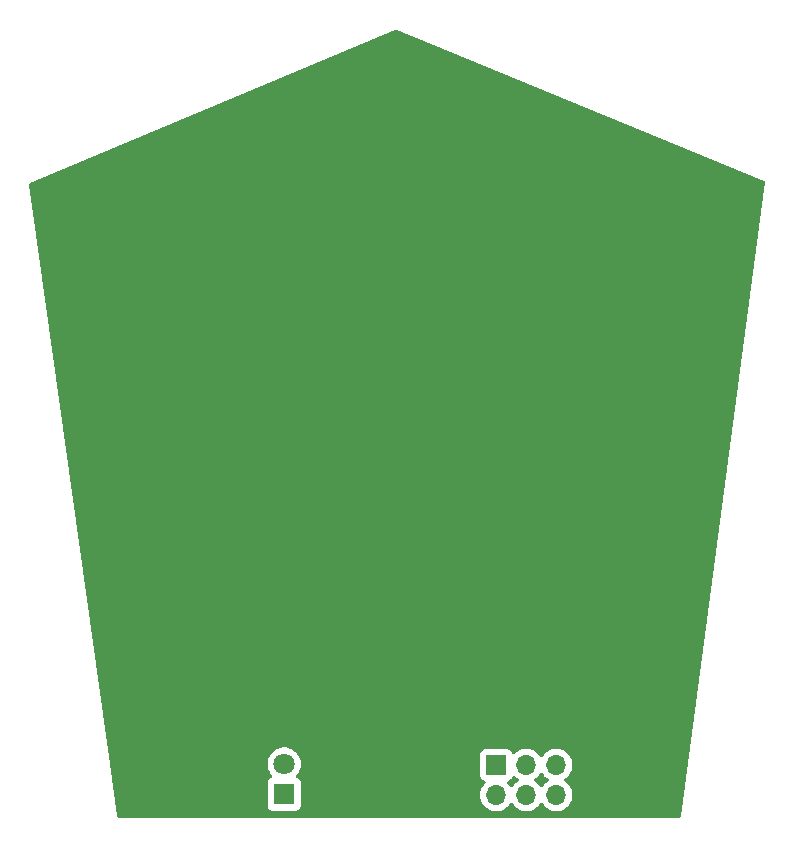
<source format=gbr>
G04 #@! TF.GenerationSoftware,KiCad,Pcbnew,(6.99.0-2452-gdb4f2d9dd8)*
G04 #@! TF.CreationDate,2022-08-02T21:03:54-05:00*
G04 #@! TF.ProjectId,CTCubed,43544375-6265-4642-9e6b-696361645f70,rev?*
G04 #@! TF.SameCoordinates,Original*
G04 #@! TF.FileFunction,Copper,L1,Top*
G04 #@! TF.FilePolarity,Positive*
%FSLAX46Y46*%
G04 Gerber Fmt 4.6, Leading zero omitted, Abs format (unit mm)*
G04 Created by KiCad (PCBNEW (6.99.0-2452-gdb4f2d9dd8)) date 2022-08-02 21:03:54*
%MOMM*%
%LPD*%
G01*
G04 APERTURE LIST*
G04 #@! TA.AperFunction,ComponentPad*
%ADD10R,1.800000X1.800000*%
G04 #@! TD*
G04 #@! TA.AperFunction,ComponentPad*
%ADD11C,1.800000*%
G04 #@! TD*
G04 #@! TA.AperFunction,ComponentPad*
%ADD12R,1.700000X1.700000*%
G04 #@! TD*
G04 #@! TA.AperFunction,ComponentPad*
%ADD13O,1.700000X1.700000*%
G04 #@! TD*
G04 APERTURE END LIST*
D10*
X128939999Y-96649999D03*
D11*
X128940000Y-94110000D03*
D12*
X146899999Y-94189999D03*
D13*
X146899999Y-96729999D03*
X149439999Y-94189999D03*
X149439999Y-96729999D03*
X151979999Y-94189999D03*
X151979999Y-96729999D03*
G04 #@! TA.AperFunction,NonConductor*
G36*
X150793226Y-94865670D02*
G01*
X150815483Y-94891357D01*
X150904278Y-95027268D01*
X150907803Y-95031097D01*
X150907806Y-95031101D01*
X150972511Y-95101388D01*
X151056760Y-95192906D01*
X151060879Y-95196112D01*
X151193211Y-95299111D01*
X151234424Y-95331189D01*
X151239005Y-95333668D01*
X151267680Y-95349186D01*
X151318071Y-95399199D01*
X151333423Y-95468516D01*
X151308863Y-95535129D01*
X151267681Y-95570813D01*
X151234424Y-95588811D01*
X151230313Y-95592010D01*
X151230311Y-95592012D01*
X151094124Y-95698012D01*
X151056760Y-95727094D01*
X151053228Y-95730931D01*
X150907806Y-95888899D01*
X150907803Y-95888903D01*
X150904278Y-95892732D01*
X150901427Y-95897096D01*
X150815483Y-96028643D01*
X150761479Y-96074732D01*
X150691132Y-96084307D01*
X150626774Y-96054330D01*
X150604517Y-96028643D01*
X150518573Y-95897096D01*
X150515722Y-95892732D01*
X150512197Y-95888903D01*
X150512194Y-95888899D01*
X150366772Y-95730931D01*
X150363240Y-95727094D01*
X150325876Y-95698012D01*
X150189689Y-95592012D01*
X150189687Y-95592010D01*
X150185576Y-95588811D01*
X150152320Y-95570814D01*
X150101929Y-95520801D01*
X150086577Y-95451484D01*
X150111137Y-95384871D01*
X150152320Y-95349186D01*
X150180995Y-95333668D01*
X150185576Y-95331189D01*
X150226790Y-95299111D01*
X150359121Y-95196112D01*
X150363240Y-95192906D01*
X150447489Y-95101388D01*
X150512194Y-95031101D01*
X150512197Y-95031097D01*
X150515722Y-95027268D01*
X150604517Y-94891357D01*
X150658521Y-94845268D01*
X150728868Y-94835693D01*
X150793226Y-94865670D01*
G37*
G04 #@! TD.AperFunction*
G04 #@! TA.AperFunction,NonConductor*
G36*
X148423439Y-95101388D02*
G01*
X148455755Y-95126638D01*
X148476526Y-95149201D01*
X148516760Y-95192906D01*
X148520879Y-95196112D01*
X148653211Y-95299111D01*
X148694424Y-95331189D01*
X148699005Y-95333668D01*
X148727680Y-95349186D01*
X148778071Y-95399199D01*
X148793423Y-95468516D01*
X148768863Y-95535129D01*
X148727681Y-95570813D01*
X148694424Y-95588811D01*
X148690313Y-95592010D01*
X148690311Y-95592012D01*
X148554124Y-95698012D01*
X148516760Y-95727094D01*
X148513228Y-95730931D01*
X148367806Y-95888899D01*
X148367803Y-95888903D01*
X148364278Y-95892732D01*
X148361427Y-95897096D01*
X148275483Y-96028643D01*
X148221479Y-96074732D01*
X148151132Y-96084307D01*
X148086774Y-96054330D01*
X148064517Y-96028643D01*
X147978573Y-95897096D01*
X147975722Y-95892732D01*
X147972197Y-95888903D01*
X147972194Y-95888899D01*
X147832525Y-95737180D01*
X147801104Y-95673515D01*
X147809091Y-95602969D01*
X147853949Y-95547940D01*
X147881191Y-95533787D01*
X147996204Y-95490889D01*
X148008536Y-95481658D01*
X148106050Y-95408659D01*
X148113261Y-95403261D01*
X148200889Y-95286204D01*
X148244998Y-95167944D01*
X148287545Y-95111108D01*
X148354065Y-95086297D01*
X148423439Y-95101388D01*
G37*
G04 #@! TD.AperFunction*
G04 #@! TA.AperFunction,NonConductor*
G36*
X138457918Y-31964228D02*
G01*
X169594455Y-44707379D01*
X169649923Y-44751692D01*
X169672629Y-44818960D01*
X169671622Y-44840652D01*
X162505379Y-98540975D01*
X162504155Y-98550149D01*
X162475318Y-98615025D01*
X162415984Y-98654012D01*
X162379241Y-98659482D01*
X147049150Y-98656980D01*
X138443867Y-98655576D01*
X138443857Y-98655576D01*
X114930016Y-98649528D01*
X114861900Y-98629508D01*
X114815421Y-98575841D01*
X114805262Y-98540975D01*
X114185744Y-94110000D01*
X127526673Y-94110000D01*
X127545949Y-94342626D01*
X127547230Y-94347684D01*
X127547230Y-94347685D01*
X127565398Y-94419427D01*
X127603251Y-94568907D01*
X127697016Y-94782669D01*
X127699866Y-94787031D01*
X127699868Y-94787035D01*
X127737914Y-94845268D01*
X127824686Y-94978083D01*
X127828211Y-94981912D01*
X127828214Y-94981916D01*
X127865947Y-95022904D01*
X127909843Y-95070587D01*
X127941263Y-95134251D01*
X127933276Y-95204797D01*
X127888418Y-95259826D01*
X127861174Y-95273979D01*
X127802242Y-95295960D01*
X127802238Y-95295962D01*
X127793796Y-95299111D01*
X127676739Y-95386739D01*
X127671341Y-95393950D01*
X127596417Y-95494037D01*
X127589111Y-95503796D01*
X127538011Y-95640799D01*
X127531500Y-95701362D01*
X127531500Y-97598638D01*
X127538011Y-97659201D01*
X127589111Y-97796204D01*
X127676739Y-97913261D01*
X127683950Y-97918659D01*
X127763677Y-97978342D01*
X127793796Y-98000889D01*
X127930799Y-98051989D01*
X127967705Y-98055957D01*
X127988012Y-98058140D01*
X127988015Y-98058140D01*
X127991362Y-98058500D01*
X129888638Y-98058500D01*
X129891985Y-98058140D01*
X129891988Y-98058140D01*
X129912295Y-98055957D01*
X129949201Y-98051989D01*
X130086204Y-98000889D01*
X130116324Y-97978342D01*
X130196050Y-97918659D01*
X130203261Y-97913261D01*
X130290889Y-97796204D01*
X130341989Y-97659201D01*
X130348500Y-97598638D01*
X130348500Y-96730000D01*
X145536844Y-96730000D01*
X145555436Y-96954368D01*
X145610704Y-97172616D01*
X145701140Y-97378791D01*
X145703990Y-97383153D01*
X145703992Y-97383157D01*
X145718701Y-97405670D01*
X145824278Y-97567268D01*
X145827803Y-97571097D01*
X145827806Y-97571101D01*
X145850055Y-97595269D01*
X145976760Y-97732906D01*
X146154424Y-97871189D01*
X146352426Y-97978342D01*
X146565365Y-98051444D01*
X146570499Y-98052301D01*
X146570504Y-98052302D01*
X146782294Y-98087643D01*
X146782296Y-98087643D01*
X146787431Y-98088500D01*
X147012569Y-98088500D01*
X147017704Y-98087643D01*
X147017706Y-98087643D01*
X147229496Y-98052302D01*
X147229501Y-98052301D01*
X147234635Y-98051444D01*
X147447574Y-97978342D01*
X147645576Y-97871189D01*
X147823240Y-97732906D01*
X147949945Y-97595269D01*
X147972194Y-97571101D01*
X147972197Y-97571097D01*
X147975722Y-97567268D01*
X148064517Y-97431357D01*
X148118521Y-97385268D01*
X148188868Y-97375693D01*
X148253226Y-97405670D01*
X148275483Y-97431357D01*
X148364278Y-97567268D01*
X148367803Y-97571097D01*
X148367806Y-97571101D01*
X148390055Y-97595269D01*
X148516760Y-97732906D01*
X148694424Y-97871189D01*
X148892426Y-97978342D01*
X149105365Y-98051444D01*
X149110499Y-98052301D01*
X149110504Y-98052302D01*
X149322294Y-98087643D01*
X149322296Y-98087643D01*
X149327431Y-98088500D01*
X149552569Y-98088500D01*
X149557704Y-98087643D01*
X149557706Y-98087643D01*
X149769496Y-98052302D01*
X149769501Y-98052301D01*
X149774635Y-98051444D01*
X149987574Y-97978342D01*
X150185576Y-97871189D01*
X150363240Y-97732906D01*
X150489945Y-97595269D01*
X150512194Y-97571101D01*
X150512197Y-97571097D01*
X150515722Y-97567268D01*
X150604517Y-97431357D01*
X150658521Y-97385268D01*
X150728868Y-97375693D01*
X150793226Y-97405670D01*
X150815483Y-97431357D01*
X150904278Y-97567268D01*
X150907803Y-97571097D01*
X150907806Y-97571101D01*
X150930055Y-97595269D01*
X151056760Y-97732906D01*
X151234424Y-97871189D01*
X151432426Y-97978342D01*
X151645365Y-98051444D01*
X151650499Y-98052301D01*
X151650504Y-98052302D01*
X151862294Y-98087643D01*
X151862296Y-98087643D01*
X151867431Y-98088500D01*
X152092569Y-98088500D01*
X152097704Y-98087643D01*
X152097706Y-98087643D01*
X152309496Y-98052302D01*
X152309501Y-98052301D01*
X152314635Y-98051444D01*
X152527574Y-97978342D01*
X152725576Y-97871189D01*
X152903240Y-97732906D01*
X153029945Y-97595269D01*
X153052194Y-97571101D01*
X153052197Y-97571097D01*
X153055722Y-97567268D01*
X153161299Y-97405670D01*
X153176008Y-97383157D01*
X153176010Y-97383153D01*
X153178860Y-97378791D01*
X153269296Y-97172616D01*
X153324564Y-96954368D01*
X153343156Y-96730000D01*
X153324564Y-96505632D01*
X153269296Y-96287384D01*
X153178860Y-96081209D01*
X153174629Y-96074732D01*
X153058573Y-95897096D01*
X153055722Y-95892732D01*
X153052197Y-95888903D01*
X153052194Y-95888899D01*
X152906772Y-95730931D01*
X152903240Y-95727094D01*
X152865876Y-95698012D01*
X152729689Y-95592012D01*
X152729687Y-95592010D01*
X152725576Y-95588811D01*
X152692320Y-95570814D01*
X152641929Y-95520801D01*
X152626577Y-95451484D01*
X152651137Y-95384871D01*
X152692320Y-95349186D01*
X152720995Y-95333668D01*
X152725576Y-95331189D01*
X152766790Y-95299111D01*
X152899121Y-95196112D01*
X152903240Y-95192906D01*
X152987489Y-95101388D01*
X153052194Y-95031101D01*
X153052197Y-95031097D01*
X153055722Y-95027268D01*
X153161299Y-94865670D01*
X153176008Y-94843157D01*
X153176010Y-94843153D01*
X153178860Y-94838791D01*
X153269296Y-94632616D01*
X153324564Y-94414368D01*
X153330940Y-94337430D01*
X153342726Y-94195189D01*
X153343156Y-94190000D01*
X153324564Y-93965632D01*
X153269296Y-93747384D01*
X153178860Y-93541209D01*
X153174629Y-93534732D01*
X153058573Y-93357096D01*
X153055722Y-93352732D01*
X153052197Y-93348903D01*
X153052194Y-93348899D01*
X152906772Y-93190931D01*
X152903240Y-93187094D01*
X152757963Y-93074019D01*
X152729689Y-93052012D01*
X152729687Y-93052010D01*
X152725576Y-93048811D01*
X152527574Y-92941658D01*
X152314635Y-92868556D01*
X152309501Y-92867699D01*
X152309496Y-92867698D01*
X152097706Y-92832357D01*
X152097704Y-92832357D01*
X152092569Y-92831500D01*
X151867431Y-92831500D01*
X151862296Y-92832357D01*
X151862294Y-92832357D01*
X151650504Y-92867698D01*
X151650499Y-92867699D01*
X151645365Y-92868556D01*
X151432426Y-92941658D01*
X151234424Y-93048811D01*
X151230313Y-93052010D01*
X151230311Y-93052012D01*
X151202037Y-93074019D01*
X151056760Y-93187094D01*
X151053228Y-93190931D01*
X150907806Y-93348899D01*
X150907803Y-93348903D01*
X150904278Y-93352732D01*
X150832506Y-93462588D01*
X150815483Y-93488643D01*
X150761479Y-93534732D01*
X150691132Y-93544307D01*
X150626774Y-93514330D01*
X150604517Y-93488643D01*
X150587494Y-93462588D01*
X150515722Y-93352732D01*
X150512197Y-93348903D01*
X150512194Y-93348899D01*
X150366772Y-93190931D01*
X150363240Y-93187094D01*
X150217963Y-93074019D01*
X150189689Y-93052012D01*
X150189687Y-93052010D01*
X150185576Y-93048811D01*
X149987574Y-92941658D01*
X149774635Y-92868556D01*
X149769501Y-92867699D01*
X149769496Y-92867698D01*
X149557706Y-92832357D01*
X149557704Y-92832357D01*
X149552569Y-92831500D01*
X149327431Y-92831500D01*
X149322296Y-92832357D01*
X149322294Y-92832357D01*
X149110504Y-92867698D01*
X149110499Y-92867699D01*
X149105365Y-92868556D01*
X148892426Y-92941658D01*
X148694424Y-93048811D01*
X148690313Y-93052010D01*
X148690311Y-93052012D01*
X148662037Y-93074019D01*
X148516760Y-93187094D01*
X148513228Y-93190931D01*
X148455755Y-93253362D01*
X148394901Y-93289933D01*
X148323937Y-93287798D01*
X148265392Y-93247636D01*
X148244998Y-93212056D01*
X148204038Y-93102239D01*
X148204037Y-93102237D01*
X148200889Y-93093796D01*
X148113261Y-92976739D01*
X148046564Y-92926810D01*
X148003418Y-92894511D01*
X148003416Y-92894510D01*
X147996204Y-92889111D01*
X147859201Y-92838011D01*
X147822295Y-92834043D01*
X147801988Y-92831860D01*
X147801985Y-92831860D01*
X147798638Y-92831500D01*
X146001362Y-92831500D01*
X145998015Y-92831860D01*
X145998012Y-92831860D01*
X145977705Y-92834043D01*
X145940799Y-92838011D01*
X145803796Y-92889111D01*
X145796584Y-92894510D01*
X145796582Y-92894511D01*
X145753436Y-92926810D01*
X145686739Y-92976739D01*
X145599111Y-93093796D01*
X145548011Y-93230799D01*
X145541500Y-93291362D01*
X145541500Y-95088638D01*
X145548011Y-95149201D01*
X145599111Y-95286204D01*
X145686739Y-95403261D01*
X145693950Y-95408659D01*
X145791465Y-95481658D01*
X145803796Y-95490889D01*
X145918808Y-95533787D01*
X145975642Y-95576333D01*
X146000453Y-95642853D01*
X145985361Y-95712227D01*
X145967475Y-95737180D01*
X145827806Y-95888899D01*
X145827803Y-95888903D01*
X145824278Y-95892732D01*
X145821427Y-95897096D01*
X145705372Y-96074732D01*
X145701140Y-96081209D01*
X145610704Y-96287384D01*
X145555436Y-96505632D01*
X145536844Y-96730000D01*
X130348500Y-96730000D01*
X130348500Y-95701362D01*
X130341989Y-95640799D01*
X130290889Y-95503796D01*
X130283584Y-95494037D01*
X130208659Y-95393950D01*
X130203261Y-95386739D01*
X130086204Y-95299111D01*
X130077762Y-95295962D01*
X130077758Y-95295960D01*
X130018826Y-95273979D01*
X129961991Y-95231433D01*
X129937180Y-95164912D01*
X129952272Y-95095538D01*
X129970156Y-95070589D01*
X130014053Y-95022904D01*
X130051786Y-94981916D01*
X130051789Y-94981912D01*
X130055314Y-94978083D01*
X130142086Y-94845268D01*
X130180132Y-94787035D01*
X130180134Y-94787031D01*
X130182984Y-94782669D01*
X130276749Y-94568907D01*
X130314603Y-94419427D01*
X130332770Y-94347685D01*
X130332770Y-94347684D01*
X130334051Y-94342626D01*
X130353327Y-94110000D01*
X130341795Y-93970828D01*
X130334482Y-93882570D01*
X130334481Y-93882565D01*
X130334051Y-93877374D01*
X130276749Y-93651093D01*
X130182984Y-93437331D01*
X130055314Y-93241917D01*
X130051789Y-93238088D01*
X130051786Y-93238084D01*
X129900752Y-93074019D01*
X129897220Y-93070182D01*
X129893108Y-93066981D01*
X129893102Y-93066976D01*
X129717130Y-92930011D01*
X129717128Y-92930009D01*
X129713017Y-92926810D01*
X129603787Y-92867698D01*
X129512312Y-92818194D01*
X129512309Y-92818193D01*
X129507727Y-92815713D01*
X129286951Y-92739920D01*
X129281817Y-92739063D01*
X129281812Y-92739062D01*
X129061849Y-92702357D01*
X129061846Y-92702357D01*
X129056712Y-92701500D01*
X128823288Y-92701500D01*
X128818154Y-92702357D01*
X128818151Y-92702357D01*
X128598188Y-92739062D01*
X128598183Y-92739063D01*
X128593049Y-92739920D01*
X128372273Y-92815713D01*
X128367691Y-92818193D01*
X128367688Y-92818194D01*
X128276213Y-92867698D01*
X128166983Y-92926810D01*
X128162872Y-92930009D01*
X128162870Y-92930011D01*
X127986898Y-93066976D01*
X127986892Y-93066981D01*
X127982780Y-93070182D01*
X127979248Y-93074019D01*
X127828214Y-93238084D01*
X127828211Y-93238088D01*
X127824686Y-93241917D01*
X127697016Y-93437331D01*
X127603251Y-93651093D01*
X127545949Y-93877374D01*
X127545519Y-93882565D01*
X127545518Y-93882570D01*
X127538205Y-93970828D01*
X127526673Y-94110000D01*
X114185744Y-94110000D01*
X107328979Y-45068368D01*
X107339356Y-44998134D01*
X107386057Y-44944659D01*
X107405070Y-44934712D01*
X138361508Y-31964629D01*
X138432065Y-31956753D01*
X138457918Y-31964228D01*
G37*
G04 #@! TD.AperFunction*
M02*

</source>
